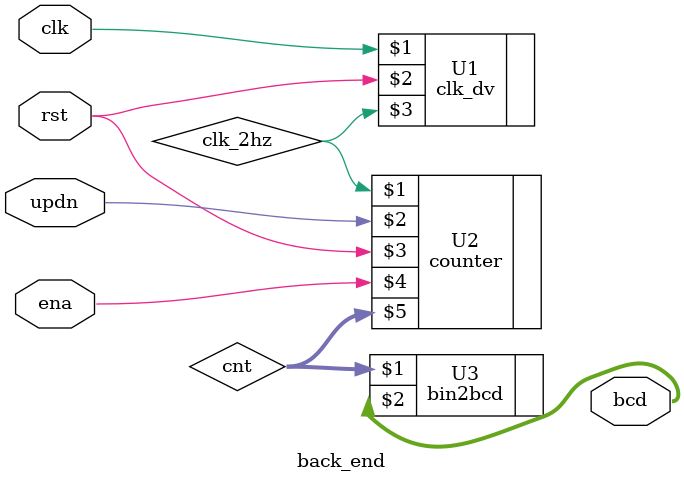
<source format=v>


module back_end
#(parameter BIT_COUNT = 12)(
	input clk,
	input updn,
	input rst,
	input ena,
	output wire [BIT_COUNT + (BIT_COUNT - 4)/3 : 0] bcd
);

//-----------------------------------------------------------
// Signal Declarations: wire
//-----------------------------------------------------------
	wire clk_2hz;
	wire [BIT_COUNT - 1 :0]cnt;

	
	clk_dv #(12500 )U1(clk, rst, clk_2hz);
	
	counter U2(clk_2hz, updn, rst, ena, cnt);
	
	bin2bcd #(12)U3(cnt, bcd);


endmodule

</source>
